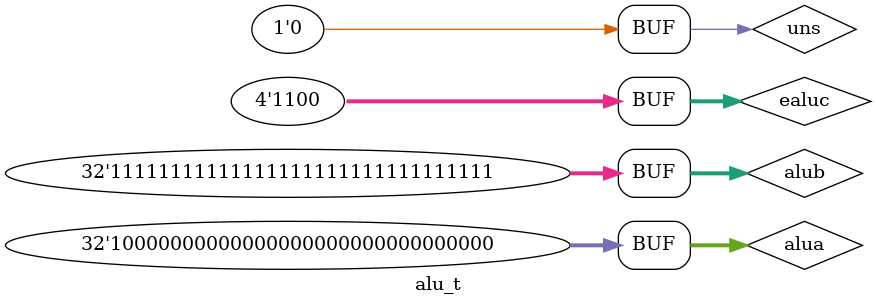
<source format=v>
`timescale 1ns / 1ps


module alu_t;

	// Inputs
	reg uns;
	reg [31:0] alua;
	reg [31:0] alub;
	reg [3:0] ealuc;

	// Outputs
	wire [31:0] ealu;
	wire IntOverflow;

	// Instantiate the Unit Under Test (UUT)
	alu uut (
		.uns(uns), 
		.alua(alua), 
		.alub(alub), 
		.ealuc(ealuc), 
		.ealu(ealu), 
		.IntOverflow(IntOverflow)
	);

	initial begin
		// Initialize Inputs
		uns = 0;
		alua = 0;
		alub = 0;
		ealuc = 0;

		// Wait 100 ns for global reset to finish
		#100;
		alua = -32'd1;
		alub = -32'd1;
		ealuc = 0;
		
		#100;
		alua = -32'd1;
		alub = 32'h7fffffff;
		ealuc = 0;
		
		#100;
		alua = 32'h7fffffff;
		alub = 32'h7fffffff;
		ealuc = 0;
		
		#100;
		alua = 32'h80000001;
		alub = 32'h80000001;
		ealuc = 0;
		
		//sub
		#100;
		alua = -32'd1;
		alub = 32'h7fffffff;
		ealuc = 1100;
		
		#100;
		alua = 32'h1;
		alub = 32'h80000000;
		ealuc = 1100;
		
		#100;
		alua = 32'h1;
		alub = 32'h7fffffff;
		ealuc = 1100;
		
		#100;
		alua = 32'h80000000;
		alub = -32'd1;
		ealuc = 1100;
		
		// Add stimulus here

	end
      
endmodule


</source>
